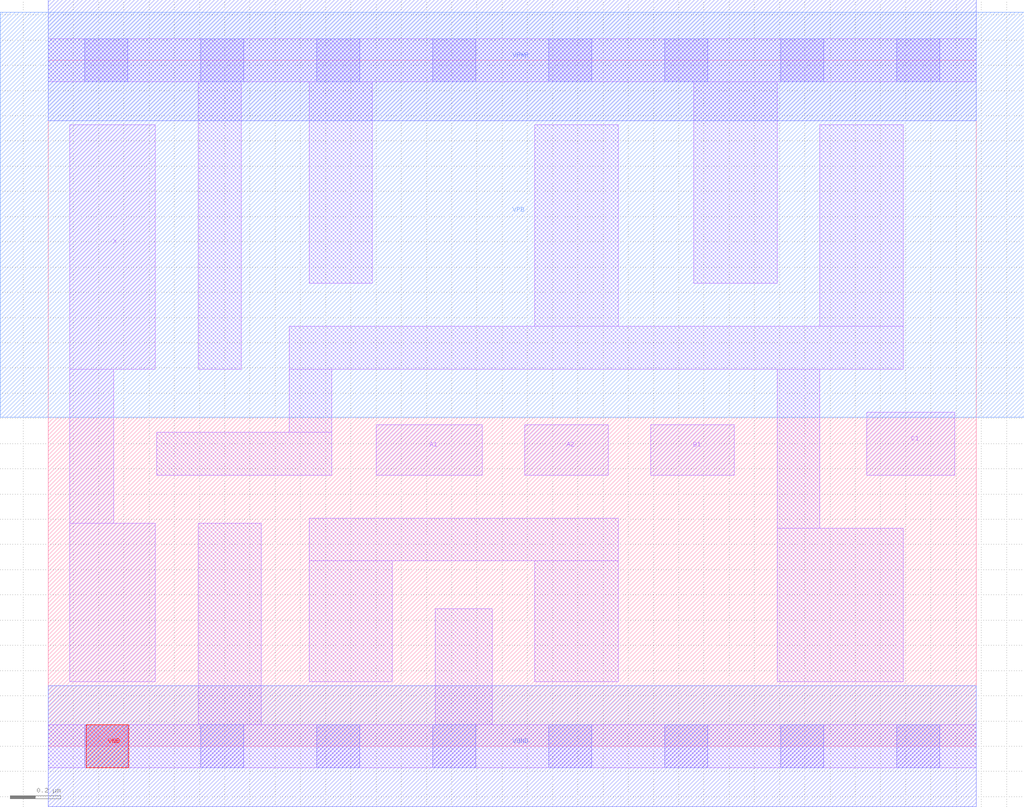
<source format=lef>
# Copyright 2020 The SkyWater PDK Authors
#
# Licensed under the Apache License, Version 2.0 (the "License");
# you may not use this file except in compliance with the License.
# You may obtain a copy of the License at
#
#     https://www.apache.org/licenses/LICENSE-2.0
#
# Unless required by applicable law or agreed to in writing, software
# distributed under the License is distributed on an "AS IS" BASIS,
# WITHOUT WARRANTIES OR CONDITIONS OF ANY KIND, either express or implied.
# See the License for the specific language governing permissions and
# limitations under the License.
#
# SPDX-License-Identifier: Apache-2.0

VERSION 5.7 ;
  NOWIREEXTENSIONATPIN ON ;
  DIVIDERCHAR "/" ;
  BUSBITCHARS "[]" ;
MACRO sky130_fd_sc_hd__o211a_1
  CLASS CORE ;
  FOREIGN sky130_fd_sc_hd__o211a_1 ;
  ORIGIN  0.000000  0.000000 ;
  SIZE  3.680000 BY  2.720000 ;
  SYMMETRY X Y R90 ;
  SITE unithd ;
  PIN A1
    ANTENNAGATEAREA  0.247500 ;
    DIRECTION INPUT ;
    USE SIGNAL ;
    PORT
      LAYER li1 ;
        RECT 1.300000 1.075000 1.720000 1.275000 ;
    END
  END A1
  PIN A2
    ANTENNAGATEAREA  0.247500 ;
    DIRECTION INPUT ;
    USE SIGNAL ;
    PORT
      LAYER li1 ;
        RECT 1.890000 1.075000 2.220000 1.275000 ;
    END
  END A2
  PIN B1
    ANTENNAGATEAREA  0.247500 ;
    DIRECTION INPUT ;
    USE SIGNAL ;
    PORT
      LAYER li1 ;
        RECT 2.390000 1.075000 2.720000 1.275000 ;
    END
  END B1
  PIN C1
    ANTENNAGATEAREA  0.247500 ;
    DIRECTION INPUT ;
    USE SIGNAL ;
    PORT
      LAYER li1 ;
        RECT 3.245000 1.075000 3.595000 1.325000 ;
    END
  END C1
  PIN VNB
    PORT
      LAYER pwell ;
        RECT 0.150000 -0.085000 0.320000 0.085000 ;
    END
  END VNB
  PIN VPB
    PORT
      LAYER nwell ;
        RECT -0.190000 1.305000 3.870000 2.910000 ;
    END
  END VPB
  PIN X
    ANTENNADIFFAREA  0.429000 ;
    DIRECTION OUTPUT ;
    USE SIGNAL ;
    PORT
      LAYER li1 ;
        RECT 0.085000 0.255000 0.425000 0.885000 ;
        RECT 0.085000 0.885000 0.260000 1.495000 ;
        RECT 0.085000 1.495000 0.425000 2.465000 ;
    END
  END X
  PIN VGND
    DIRECTION INOUT ;
    SHAPE ABUTMENT ;
    USE GROUND ;
    PORT
      LAYER met1 ;
        RECT 0.000000 -0.240000 3.680000 0.240000 ;
    END
  END VGND
  PIN VPWR
    DIRECTION INOUT ;
    SHAPE ABUTMENT ;
    USE POWER ;
    PORT
      LAYER met1 ;
        RECT 0.000000 2.480000 3.680000 2.960000 ;
    END
  END VPWR
  OBS
    LAYER li1 ;
      RECT 0.000000 -0.085000 3.680000 0.085000 ;
      RECT 0.000000  2.635000 3.680000 2.805000 ;
      RECT 0.430000  1.075000 1.125000 1.245000 ;
      RECT 0.595000  0.085000 0.845000 0.885000 ;
      RECT 0.595000  1.495000 0.765000 2.635000 ;
      RECT 0.955000  1.245000 1.125000 1.495000 ;
      RECT 0.955000  1.495000 3.390000 1.665000 ;
      RECT 1.035000  0.255000 1.365000 0.735000 ;
      RECT 1.035000  0.735000 2.260000 0.905000 ;
      RECT 1.035000  1.835000 1.285000 2.635000 ;
      RECT 1.535000  0.085000 1.760000 0.545000 ;
      RECT 1.930000  0.255000 2.260000 0.735000 ;
      RECT 1.930000  1.665000 2.260000 2.465000 ;
      RECT 2.560000  1.835000 2.890000 2.635000 ;
      RECT 2.890000  0.255000 3.390000 0.865000 ;
      RECT 2.890000  0.865000 3.060000 1.495000 ;
      RECT 3.060000  1.665000 3.390000 2.465000 ;
    LAYER mcon ;
      RECT 0.145000 -0.085000 0.315000 0.085000 ;
      RECT 0.145000  2.635000 0.315000 2.805000 ;
      RECT 0.605000 -0.085000 0.775000 0.085000 ;
      RECT 0.605000  2.635000 0.775000 2.805000 ;
      RECT 1.065000 -0.085000 1.235000 0.085000 ;
      RECT 1.065000  2.635000 1.235000 2.805000 ;
      RECT 1.525000 -0.085000 1.695000 0.085000 ;
      RECT 1.525000  2.635000 1.695000 2.805000 ;
      RECT 1.985000 -0.085000 2.155000 0.085000 ;
      RECT 1.985000  2.635000 2.155000 2.805000 ;
      RECT 2.445000 -0.085000 2.615000 0.085000 ;
      RECT 2.445000  2.635000 2.615000 2.805000 ;
      RECT 2.905000 -0.085000 3.075000 0.085000 ;
      RECT 2.905000  2.635000 3.075000 2.805000 ;
      RECT 3.365000 -0.085000 3.535000 0.085000 ;
      RECT 3.365000  2.635000 3.535000 2.805000 ;
  END
END sky130_fd_sc_hd__o211a_1
END LIBRARY

</source>
